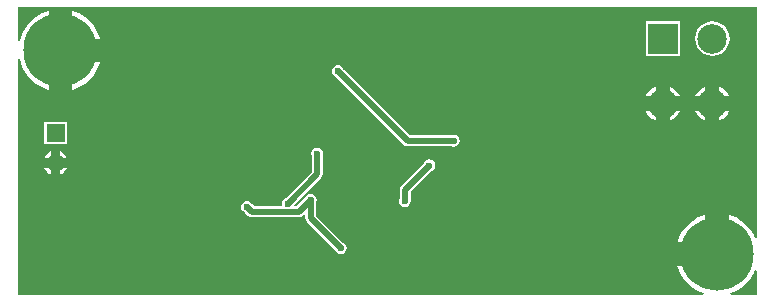
<source format=gbl>
G04*
G04 #@! TF.GenerationSoftware,Altium Limited,Altium Designer,19.1.6 (110)*
G04*
G04 Layer_Physical_Order=4*
G04 Layer_Color=16711680*
%FSLAX43Y43*%
%MOMM*%
G71*
G01*
G75*
%ADD56C,0.500*%
%ADD57C,1.508*%
%ADD58R,1.508X1.508*%
%ADD59C,2.500*%
%ADD60R,2.500X2.500*%
%ADD61C,6.200*%
%ADD62C,0.600*%
G36*
X62445Y4402D02*
X62318Y4377D01*
X62228Y4594D01*
X61940Y5064D01*
X61583Y5483D01*
X61164Y5840D01*
X60694Y6128D01*
X60185Y6339D01*
X60100Y6359D01*
Y3000D01*
X59100D01*
Y2000D01*
X55741D01*
X55761Y1915D01*
X55972Y1406D01*
X56260Y936D01*
X56617Y517D01*
X57036Y160D01*
X57506Y-128D01*
X57965Y-318D01*
X57939Y-445D01*
X-45D01*
Y19480D01*
X82Y19495D01*
X161Y19165D01*
X372Y18656D01*
X660Y18186D01*
X1017Y17767D01*
X1436Y17410D01*
X1906Y17122D01*
X2415Y16911D01*
X2500Y16891D01*
Y20250D01*
Y23609D01*
X2415Y23589D01*
X1906Y23378D01*
X1436Y23090D01*
X1017Y22733D01*
X660Y22314D01*
X372Y21844D01*
X161Y21335D01*
X82Y21005D01*
X-45Y21020D01*
Y23900D01*
X33347Y23945D01*
X62445D01*
Y4402D01*
D02*
G37*
G36*
Y1598D02*
Y-445D01*
X60261D01*
X60235Y-318D01*
X60694Y-128D01*
X61164Y160D01*
X61583Y517D01*
X61940Y936D01*
X62228Y1406D01*
X62318Y1623D01*
X62445Y1598D01*
D02*
G37*
%LPC*%
G36*
X4500Y23609D02*
Y21250D01*
X6859D01*
X6839Y21335D01*
X6628Y21844D01*
X6340Y22314D01*
X5983Y22733D01*
X5564Y23090D01*
X5094Y23378D01*
X4585Y23589D01*
X4500Y23609D01*
D02*
G37*
G36*
X55950Y22700D02*
X53050D01*
Y19800D01*
X55950D01*
Y22700D01*
D02*
G37*
G36*
X58700Y22713D02*
X58321Y22663D01*
X57969Y22517D01*
X57666Y22284D01*
X57433Y21981D01*
X57287Y21629D01*
X57237Y21250D01*
X57287Y20871D01*
X57433Y20519D01*
X57666Y20216D01*
X57969Y19983D01*
X58321Y19837D01*
X58700Y19787D01*
X59079Y19837D01*
X59431Y19983D01*
X59734Y20216D01*
X59967Y20519D01*
X60113Y20871D01*
X60163Y21250D01*
X60113Y21629D01*
X59967Y21981D01*
X59734Y22284D01*
X59431Y22517D01*
X59079Y22663D01*
X58700Y22713D01*
D02*
G37*
G36*
X6859Y19250D02*
X4500D01*
Y16891D01*
X4585Y16911D01*
X5094Y17122D01*
X5564Y17410D01*
X5983Y17767D01*
X6340Y18186D01*
X6628Y18656D01*
X6839Y19165D01*
X6859Y19250D01*
D02*
G37*
G36*
X59300Y17187D02*
Y16350D01*
X60137D01*
X59995Y16615D01*
X59801Y16851D01*
X59565Y17045D01*
X59300Y17187D01*
D02*
G37*
G36*
X58100D02*
X57835Y17045D01*
X57599Y16851D01*
X57405Y16615D01*
X57263Y16350D01*
X58100D01*
Y17187D01*
D02*
G37*
G36*
X55100D02*
Y16350D01*
X55937D01*
X55795Y16615D01*
X55601Y16851D01*
X55365Y17045D01*
X55100Y17187D01*
D02*
G37*
G36*
X53900D02*
X53635Y17045D01*
X53399Y16851D01*
X53205Y16615D01*
X53063Y16350D01*
X53900D01*
Y17187D01*
D02*
G37*
G36*
X60137Y15150D02*
X59300D01*
Y14313D01*
X59565Y14455D01*
X59801Y14649D01*
X59995Y14885D01*
X60137Y15150D01*
D02*
G37*
G36*
X58100D02*
X57263D01*
X57405Y14885D01*
X57599Y14649D01*
X57835Y14455D01*
X58100Y14313D01*
Y15150D01*
D02*
G37*
G36*
X55937D02*
X55100D01*
Y14313D01*
X55365Y14455D01*
X55601Y14649D01*
X55795Y14885D01*
X55937Y15150D01*
D02*
G37*
G36*
X53900D02*
X53063D01*
X53205Y14885D01*
X53399Y14649D01*
X53635Y14455D01*
X53900Y14313D01*
Y15150D01*
D02*
G37*
G36*
X4054Y14224D02*
X2146D01*
Y12316D01*
X4054D01*
Y14224D01*
D02*
G37*
G36*
X27000Y19010D02*
X26805Y18971D01*
X26640Y18860D01*
X26529Y18695D01*
X26490Y18500D01*
X26529Y18305D01*
X26640Y18140D01*
X26805Y18029D01*
X26826Y18025D01*
X32576Y12276D01*
X32724Y12176D01*
X32900Y12141D01*
X36587D01*
X36605Y12129D01*
X36800Y12090D01*
X36995Y12129D01*
X37160Y12240D01*
X37271Y12405D01*
X37310Y12600D01*
X37271Y12795D01*
X37160Y12960D01*
X36995Y13071D01*
X36800Y13110D01*
X36605Y13071D01*
X36587Y13059D01*
X33090D01*
X27475Y18674D01*
X27471Y18695D01*
X27360Y18860D01*
X27195Y18971D01*
X27000Y19010D01*
D02*
G37*
G36*
X3500Y11705D02*
Y11130D01*
X4075D01*
X4021Y11262D01*
X3852Y11482D01*
X3632Y11651D01*
X3500Y11705D01*
D02*
G37*
G36*
X2700Y11705D02*
X2568Y11651D01*
X2348Y11482D01*
X2179Y11262D01*
X2125Y11130D01*
X2700D01*
Y11705D01*
D02*
G37*
G36*
Y10330D02*
X2125D01*
X2179Y10198D01*
X2348Y9978D01*
X2568Y9809D01*
X2700Y9755D01*
Y10330D01*
D02*
G37*
G36*
X4075D02*
X3500D01*
Y9755D01*
X3632Y9809D01*
X3852Y9978D01*
X4021Y10198D01*
X4075Y10330D01*
D02*
G37*
G36*
X25250Y12010D02*
X25055Y11971D01*
X24890Y11860D01*
X24779Y11695D01*
X24740Y11500D01*
X24779Y11305D01*
X24791Y11287D01*
Y9940D01*
X22576Y7725D01*
X22555Y7721D01*
X22390Y7610D01*
X22279Y7445D01*
X22240Y7250D01*
X22258Y7161D01*
X22154Y7034D01*
X19942D01*
X19751Y7225D01*
X19660Y7360D01*
X19495Y7471D01*
X19300Y7510D01*
X19105Y7471D01*
X18940Y7360D01*
X18829Y7195D01*
X18790Y7000D01*
X18829Y6805D01*
X18940Y6640D01*
X19105Y6529D01*
X19160Y6518D01*
X19428Y6251D01*
X19576Y6151D01*
X19752Y6116D01*
X23675D01*
X23851Y6151D01*
X23999Y6251D01*
X24124Y6375D01*
X24241Y6326D01*
Y6050D01*
X24276Y5874D01*
X24376Y5726D01*
X26775Y3326D01*
X26779Y3305D01*
X26890Y3140D01*
X27055Y3029D01*
X27250Y2990D01*
X27445Y3029D01*
X27610Y3140D01*
X27721Y3305D01*
X27760Y3500D01*
X27721Y3695D01*
X27610Y3860D01*
X27445Y3971D01*
X27424Y3975D01*
X25159Y6240D01*
Y7387D01*
X25171Y7405D01*
X25210Y7600D01*
X25171Y7795D01*
X25060Y7960D01*
X24895Y8071D01*
X24700Y8110D01*
X24505Y8071D01*
X24340Y7960D01*
X24229Y7795D01*
X24225Y7774D01*
X23485Y7034D01*
X23362D01*
X23310Y7161D01*
X25574Y9426D01*
X25674Y9574D01*
X25709Y9750D01*
Y11287D01*
X25721Y11305D01*
X25760Y11500D01*
X25721Y11695D01*
X25610Y11860D01*
X25445Y11971D01*
X25250Y12010D01*
D02*
G37*
G36*
X34750Y11010D02*
X34555Y10971D01*
X34390Y10860D01*
X34279Y10695D01*
X34275Y10674D01*
X32370Y8769D01*
X32270Y8620D01*
X32235Y8444D01*
Y7742D01*
X32204Y7695D01*
X32165Y7500D01*
X32204Y7305D01*
X32315Y7140D01*
X32480Y7029D01*
X32675Y6990D01*
X32870Y7029D01*
X33035Y7140D01*
X33146Y7305D01*
X33185Y7500D01*
X33153Y7660D01*
Y8254D01*
X34924Y10025D01*
X34945Y10029D01*
X35110Y10140D01*
X35221Y10305D01*
X35260Y10500D01*
X35221Y10695D01*
X35110Y10860D01*
X34945Y10971D01*
X34750Y11010D01*
D02*
G37*
G36*
X58100Y6359D02*
X58015Y6339D01*
X57506Y6128D01*
X57036Y5840D01*
X56617Y5483D01*
X56260Y5064D01*
X55972Y4594D01*
X55761Y4085D01*
X55741Y4000D01*
X58100D01*
Y6359D01*
D02*
G37*
%LPD*%
D56*
X27000Y18500D02*
X32900Y12600D01*
X36800D01*
X32675Y7500D02*
X32694Y7519D01*
Y8444D01*
X34750Y10500D01*
X19300Y7000D02*
X19327D01*
X19752Y6575D01*
X23675D01*
X24700Y7600D01*
Y6050D02*
X27250Y3500D01*
X24700Y6050D02*
Y7600D01*
X22750Y7250D02*
X25250Y9750D01*
Y11500D01*
D57*
X3100Y10730D02*
D03*
D58*
Y13270D02*
D03*
D59*
X54500Y15750D02*
D03*
X58700D02*
D03*
Y21250D02*
D03*
D60*
X54500D02*
D03*
D61*
X3500Y20250D02*
D03*
X59100Y3000D02*
D03*
D62*
X36800Y12600D02*
D03*
X29250Y11250D02*
D03*
X27250Y3500D02*
D03*
X32675Y7500D02*
D03*
X27000Y18500D02*
D03*
X19300Y7000D02*
D03*
X24700Y7600D02*
D03*
X22750Y7250D02*
D03*
X34750Y10500D02*
D03*
X25250Y11500D02*
D03*
X30750Y11250D02*
D03*
Y10250D02*
D03*
X29250D02*
D03*
X30750Y12250D02*
D03*
X29250D02*
D03*
M02*

</source>
